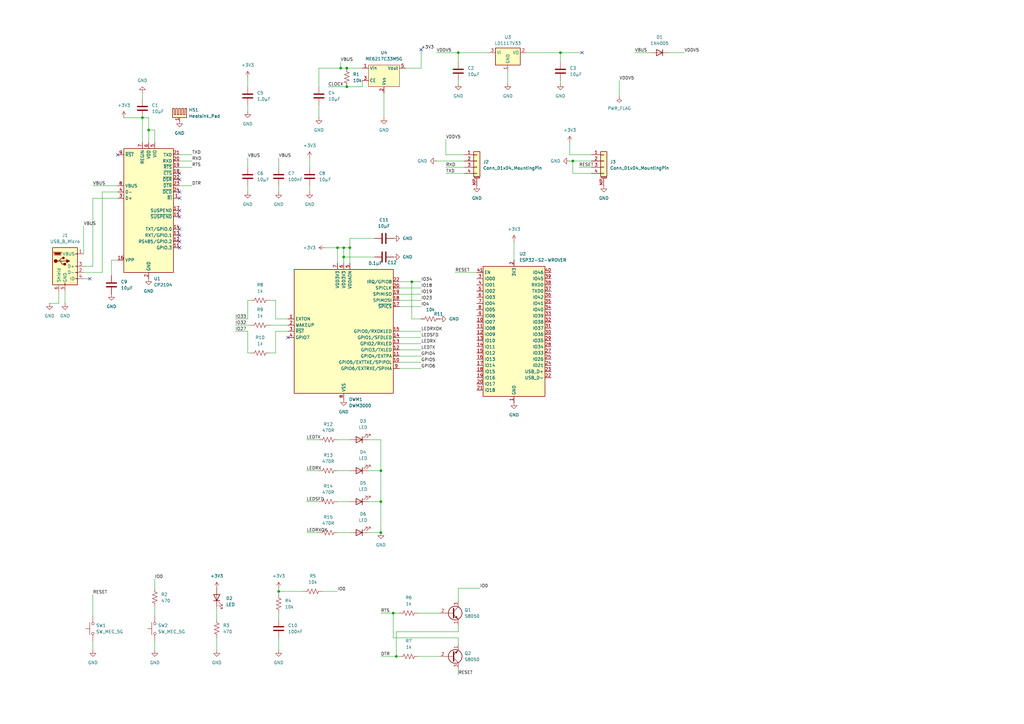
<source format=kicad_sch>
(kicad_sch (version 20250114) (generator "eeschema") (generator_version "9.0")
  (paper "A3")
  (lib_symbols
    (symbol "Connector:USB_B_Micro" (pin_names (offset 1.016))
      (property "Reference" "J" (at -5.08 11.43 0))
      (property "Value" "USB_B_Micro" (at -5.08 8.89 0))
      (symbol "USB_B_Micro_0_1"
        (rectangle (start -5.08 -7.62) (end 5.08 7.62) (stroke (width 0.254)) (fill (type background)))
        (polyline (pts (xy -4.699 5.842) (xy -4.699 5.588) (xy -4.445 4.826) (xy -4.445 4.572) (xy -1.651 4.572) (xy -1.651 4.826) (xy -1.397 5.588) (xy -1.397 5.842) (xy -4.699 5.842)))
        (polyline (pts (xy -4.318 5.588) (xy -1.778 5.588) (xy -2.032 4.826) (xy -4.064 4.826) (xy -4.318 5.588)) (fill (type outline)))
        (circle (center -3.81 2.159) (radius 0.635) (stroke (width 0.254)) (fill (type outline)))
        (polyline (pts (xy -3.175 2.159) (xy -2.54 2.159) (xy -1.27 3.429) (xy -0.635 3.429)) (stroke (width 0.254)))
        (polyline (pts (xy -2.54 2.159) (xy -1.905 2.159) (xy -1.27 0.889) (xy 0 0.889)) (stroke (width 0.254)))
        (polyline (pts (xy -1.905 2.159) (xy 0.635 2.159)) (stroke (width 0.254)))
        (circle (center -0.635 3.429) (radius 0.381) (stroke (width 0.254)) (fill (type outline)))
        (rectangle (start -0.127 -7.62) (end 0.127 -6.858))
        (rectangle (start 0.254 1.27) (end -0.508 0.508) (stroke (width 0.254)) (fill (type outline)))
        (polyline (pts (xy 0.635 2.794) (xy 0.635 1.524) (xy 1.905 2.159) (xy 0.635 2.794)) (stroke (width 0.254)) (fill (type outline)))
        (rectangle (start 5.08 4.953) (end 4.318 5.207))
        (rectangle (start 5.08 -0.127) (end 4.318 0.127))
        (rectangle (start 5.08 -2.667) (end 4.318 -2.413))
        (rectangle (start 5.08 -5.207) (end 4.318 -4.953))
      )
      (symbol "USB_B_Micro_1_1"
        (pin passive line (at -2.54 -10.16 90) (length 2.54) (name "Shield") (number "6"))
        (pin power_out line (at 0 -10.16 90) (length 2.54) (name "GND") (number "5"))
        (pin power_out line (at 7.62 5.08 180) (length 2.54) (name "VBUS") (number "1"))
        (pin bidirectional line (at 7.62 0 180) (length 2.54) (name "D+") (number "3"))
        (pin bidirectional line (at 7.62 -2.54 180) (length 2.54) (name "D-") (number "2"))
        (pin passive line (at 7.62 -5.08 180) (length 2.54) (name "ID") (number "4"))
      )
    )
    (symbol "Connector_Generic_MountingPin:Conn_01x04_MountingPin" (pin_names (offset 1.016) (hide yes))
      (property "Reference" "J" (at 0 5.08 0))
      (property "Value" "Conn_01x04_MountingPin" (at 1.27 -7.62 0))
      (symbol "Conn_01x04_MountingPin_1_1"
        (rectangle (start -1.27 3.81) (end 1.27 -6.35) (stroke (width 0.254)) (fill (type background)))
        (rectangle (start -1.27 2.667) (end 0 2.413) (stroke (width 0.1524)))
        (rectangle (start -1.27 0.127) (end 0 -0.127) (stroke (width 0.1524)))
        (rectangle (start -1.27 -2.413) (end 0 -2.667) (stroke (width 0.1524)))
        (rectangle (start -1.27 -4.953) (end 0 -5.207) (stroke (width 0.1524)))
        (polyline (pts (xy -1.016 -7.112) (xy 1.016 -7.112)) (stroke (width 0.1524)))
        (text "Mounting" (at 0 -6.731 0) (effects (font (size 0.381 0.381))))
        (pin passive line (at -5.08 2.54 0) (length 3.81) (name "Pin_1") (number "1"))
        (pin passive line (at -5.08 0 0) (length 3.81) (name "Pin_2") (number "2"))
        (pin passive line (at -5.08 -2.54 0) (length 3.81) (name "Pin_3") (number "3"))
        (pin passive line (at -5.08 -5.08 0) (length 3.81) (name "Pin_4") (number "4"))
        (pin passive line (at 0 -10.16 90) (length 3.048) (name "MountPin") (number "MP"))
      )
    )
    (symbol "Device:C" (pin_numbers (hide yes)) (pin_names (offset 0.254))
      (property "Reference" "C" (at 0.635 2.54 0))
      (property "Value" "C" (at 0.635 -2.54 0))
      (symbol "C_0_1"
        (polyline (pts (xy -2.032 0.762) (xy 2.032 0.762)) (stroke (width 0.508)))
        (polyline (pts (xy -2.032 -0.762) (xy 2.032 -0.762)) (stroke (width 0.508)))
      )
      (symbol "C_1_1"
        (pin passive line (at 0 3.81 270) (length 2.794) (name "~") (number "1"))
        (pin passive line (at 0 -3.81 90) (length 2.794) (name "~") (number "2"))
      )
    )
    (symbol "Device:LED" (pin_numbers (hide yes)) (pin_names (offset 1.016) (hide yes))
      (property "Reference" "D" (at 0 2.54 0))
      (property "Value" "LED" (at 0 -2.54 0))
      (symbol "LED_0_1"
        (polyline (pts (xy -3.048 -0.762) (xy -4.572 -2.286) (xy -3.81 -2.286) (xy -4.572 -2.286) (xy -4.572 -1.524)))
        (polyline (pts (xy -1.778 -0.762) (xy -3.302 -2.286) (xy -2.54 -2.286) (xy -3.302 -2.286) (xy -3.302 -1.524)))
        (polyline (pts (xy -1.27 0) (xy 1.27 0)))
        (polyline (pts (xy -1.27 -1.27) (xy -1.27 1.27)) (stroke (width 0.254)))
        (polyline (pts (xy 1.27 -1.27) (xy 1.27 1.27) (xy -1.27 0) (xy 1.27 -1.27)) (stroke (width 0.254)))
      )
      (symbol "LED_1_1"
        (pin passive line (at -3.81 0 0) (length 2.54) (name "K") (number "1"))
        (pin passive line (at 3.81 0 180) (length 2.54) (name "A") (number "2"))
      )
    )
    (symbol "Device:R_US" (pin_numbers (hide yes)) (pin_names (offset 0))
      (property "Reference" "R" (at 2.54 0 90))
      (property "Value" "R_US" (at -2.54 0 90))
      (symbol "R_US_0_1"
        (polyline (pts (xy 0 2.286) (xy 0 2.54)))
        (polyline (pts (xy 0 2.286) (xy 1.016 1.905) (xy 0 1.524) (xy -1.016 1.143) (xy 0 0.762)))
        (polyline (pts (xy 0 0.762) (xy 1.016 0.381) (xy 0 0) (xy -1.016 -0.381) (xy 0 -0.762)))
        (polyline (pts (xy 0 -0.762) (xy 1.016 -1.143) (xy 0 -1.524) (xy -1.016 -1.905) (xy 0 -2.286)))
        (polyline (pts (xy 0 -2.286) (xy 0 -2.54)))
      )
      (symbol "R_US_1_1"
        (pin passive line (at 0 3.81 270) (length 1.27) (name "~") (number "1"))
        (pin passive line (at 0 -3.81 90) (length 1.27) (name "~") (number "2"))
      )
    )
    (symbol "Diode:1N4005" (pin_numbers (hide yes)) (pin_names (hide yes))
      (property "Reference" "D" (at 0 2.54 0))
      (property "Value" "1N4005" (at 0 -2.54 0))
      (symbol "1N4005_0_1"
        (polyline (pts (xy -1.27 1.27) (xy -1.27 -1.27)) (stroke (width 0.254)))
        (polyline (pts (xy 1.27 1.27) (xy 1.27 -1.27) (xy -1.27 0) (xy 1.27 1.27)) (stroke (width 0.254)))
        (polyline (pts (xy 1.27 0) (xy -1.27 0)))
      )
      (symbol "1N4005_1_1"
        (pin passive line (at -3.81 0 0) (length 2.54) (name "K") (number "1"))
        (pin passive line (at 3.81 0 180) (length 2.54) (name "A") (number "2"))
      )
    )
    (symbol "Interface_USB:CP2104"
      (property "Reference" "U" (at -5.08 28.575 0))
      (property "Value" "CP2104" (at -5.08 26.67 0))
      (symbol "CP2104_1_1"
        (rectangle (start -10.16 25.4) (end 10.16 -25.4) (stroke (width 0.254)) (fill (type background)))
        (pin bidirectional line (at -12.7 22.86 0) (length 2.54) (name "~{RST}") (number "9"))
        (pin input line (at -12.7 10.16 0) (length 2.54) (name "VBUS") (number "8"))
        (pin bidirectional line (at -12.7 7.62 0) (length 2.54) (name "D-") (number "4"))
        (pin bidirectional line (at -12.7 5.08 0) (length 2.54) (name "D+") (number "3"))
        (pin passive line (at -12.7 -20.32 0) (length 2.54) (name "VPP") (number "16"))
        (pin power_in line (at -2.54 27.94 270) (length 2.54) (name "REGIN") (number "7"))
        (pin power_in line (at 0 27.94 270) (length 2.54) (name "VDD") (number "6"))
        (pin power_in line (at 0 -27.94 90) (length 2.54) (name "GND") (number "2"))
        (pin passive line (at 0 -27.94 90) (length 2.54) (hide yes) (name "GND") (number "25"))
        (pin power_in line (at 2.54 27.94 270) (length 2.54) (name "VIO") (number "5"))
        (pin no_connect line (at 10.16 -20.32 180) (length 2.54) (hide yes) (name "NC") (number "10"))
        (pin output line (at 12.7 22.86 180) (length 2.54) (name "TXD") (number "21"))
        (pin input line (at 12.7 20.32 180) (length 2.54) (name "RXD") (number "20"))
        (pin output line (at 12.7 17.78 180) (length 2.54) (name "~{RTS}") (number "19"))
        (pin input line (at 12.7 15.24 180) (length 2.54) (name "~{CTS}") (number "18"))
        (pin input line (at 12.7 12.7 180) (length 2.54) (name "~{DSR}") (number "22"))
        (pin output line (at 12.7 10.16 180) (length 2.54) (name "~{DTR}") (number "23"))
        (pin input line (at 12.7 7.62 180) (length 2.54) (name "~{DCD}") (number "24"))
        (pin input line (at 12.7 5.08 180) (length 2.54) (name "~{RI}") (number "1"))
        (pin output line (at 12.7 0 180) (length 2.54) (name "SUSPEND") (number "17"))
        (pin output line (at 12.7 -2.54 180) (length 2.54) (name "~{SUSPEND}") (number "15"))
        (pin bidirectional line (at 12.7 -7.62 180) (length 2.54) (name "TXT/GPIO.0") (number "14"))
        (pin bidirectional line (at 12.7 -10.16 180) (length 2.54) (name "RXT/GPIO.1") (number "13"))
        (pin bidirectional line (at 12.7 -12.7 180) (length 2.54) (name "RS485/GPIO.2") (number "12"))
        (pin bidirectional line (at 12.7 -15.24 180) (length 2.54) (name "GPIO.3") (number "11"))
      )
    )
    (symbol "Mechanical:Heatsink_Pad" (pin_names (offset 0))
      (property "Reference" "HS" (at 0 5.715 0))
      (property "Value" "Heatsink_Pad" (at 0 3.81 0))
      (symbol "Heatsink_Pad_0_1"
        (polyline (pts (xy -0.3302 0) (xy -0.9652 0) (xy -0.9652 2.54) (xy -1.6002 2.54) (xy -1.6002 0) (xy -2.2352 0) (xy -2.2352 2.54) (xy -2.8702 2.54) (xy -2.8702 -1.27) (xy -0.9652 -1.27)) (stroke (width 0.254)) (fill (type background)))
        (polyline (pts (xy -0.3302 0) (xy -0.3302 2.54) (xy 0.3048 2.54) (xy 0.3048 0) (xy 0.9398 0) (xy 0.9398 2.54) (xy 1.5748 2.54) (xy 1.5748 0) (xy 2.2098 0) (xy 2.2098 2.54) (xy 2.8448 2.54) (xy 2.8448 -1.27) (xy -0.9652 -1.27)) (stroke (width 0.254)) (fill (type background)))
      )
      (symbol "Heatsink_Pad_1_1"
        (pin passive line (at 0 -2.54 90) (length 1.27) (name "~") (number "1"))
      )
    )
    (symbol "RF_Module:DWM3000"
      (property "Reference" "DWM" (at 7.62 25.4 0))
      (property "Value" "DWM3000" (at 1.27 3.81 0))
      (symbol "DWM3000_0_1"
        (rectangle (start -20.32 25.4) (end 20.32 -25.4) (stroke (width 0.254)) (fill (type background)))
      )
      (symbol "DWM3000_1_1"
        (pin output line (at -22.86 5.08 0) (length 2.54) (name "EXTON") (number "1"))
        (pin bidirectional line (at -22.86 2.54 0) (length 2.54) (name "WAKEUP") (number "2"))
        (pin bidirectional line (at -22.86 0 0) (length 2.54) (name "~{RST}") (number "3"))
        (pin bidirectional line (at -22.86 -2.54 0) (length 2.54) (name "GPIO7") (number "4"))
        (pin power_in line (at -2.54 27.94 270) (length 2.54) (name "VDD3V3") (number "7"))
        (pin power_in line (at 0 27.94 270) (length 2.54) (name "VDD3V3") (number "6"))
        (pin passive line (at 0 -27.94 90) (length 2.54) (hide yes) (name "VSS") (number "16"))
        (pin passive line (at 0 -27.94 90) (length 2.54) (hide yes) (name "VSS") (number "21"))
        (pin passive line (at 0 -27.94 90) (length 2.54) (hide yes) (name "VSS") (number "23"))
        (pin passive line (at 0 -27.94 90) (length 2.54) (hide yes) (name "VSS") (number "24"))
        (pin power_in line (at 0 -27.94 90) (length 2.54) (name "VSS") (number "8"))
        (pin power_in line (at 2.54 27.94 270) (length 2.54) (name "VDDAON") (number "5"))
        (pin bidirectional line (at 22.86 20.32 180) (length 2.54) (name "IRQ/GPIO8") (number "22"))
        (pin input line (at 22.86 17.78 180) (length 2.54) (name "SPICLK") (number "20"))
        (pin output line (at 22.86 15.24 180) (length 2.54) (name "SPIMISO") (number "19"))
        (pin input line (at 22.86 12.7 180) (length 2.54) (name "SPIMOSI") (number "18"))
        (pin input line (at 22.86 10.16 180) (length 2.54) (name "~{SPICS}") (number "17"))
        (pin bidirectional line (at 22.86 0 180) (length 2.54) (name "GPIO0/RXOKLED") (number "15"))
        (pin bidirectional line (at 22.86 -2.54 180) (length 2.54) (name "GPIO1/SFDLED") (number "14"))
        (pin bidirectional line (at 22.86 -5.08 180) (length 2.54) (name "GPIO2/RXLED") (number "13"))
        (pin bidirectional line (at 22.86 -7.62 180) (length 2.54) (name "GPIO3/TXLED") (number "12"))
        (pin bidirectional line (at 22.86 -10.16 180) (length 2.54) (name "GPIO4/EXTPA") (number "11"))
        (pin bidirectional line (at 22.86 -12.7 180) (length 2.54) (name "GPIO5/EXTTXE/SPIPOL") (number "10"))
        (pin bidirectional line (at 22.86 -15.24 180) (length 2.54) (name "GPIO6/EXTRXE/SPIHA") (number "9"))
      )
    )
    (symbol "RF_Module:ESP32-S2-WROVER"
      (property "Reference" "U" (at -12.7 29.21 0))
      (property "Value" "ESP32-S2-WROVER" (at 2.54 29.21 0))
      (symbol "ESP32-S2-WROVER_0_1"
        (rectangle (start -12.7 27.94) (end 12.7 -25.4) (stroke (width 0.254)) (fill (type background)))
      )
      (symbol "ESP32-S2-WROVER_1_1"
        (pin input line (at -15.24 25.4 0) (length 2.54) (name "EN") (number "41"))
        (pin bidirectional line (at -15.24 22.86 0) (length 2.54) (name "IO00") (number "3"))
        (pin bidirectional line (at -15.24 20.32 0) (length 2.54) (name "IO01") (number "4"))
        (pin bidirectional line (at -15.24 17.78 0) (length 2.54) (name "IO02") (number "5"))
        (pin bidirectional line (at -15.24 15.24 0) (length 2.54) (name "IO03") (number "6"))
        (pin bidirectional line (at -15.24 12.7 0) (length 2.54) (name "IO04") (number "7"))
        (pin bidirectional line (at -15.24 10.16 0) (length 2.54) (name "IO05") (number "8"))
        (pin bidirectional line (at -15.24 7.62 0) (length 2.54) (name "IO06") (number "9"))
        (pin bidirectional line (at -15.24 5.08 0) (length 2.54) (name "IO07") (number "10"))
        (pin bidirectional line (at -15.24 2.54 0) (length 2.54) (name "IO08") (number "11"))
        (pin bidirectional line (at -15.24 0 0) (length 2.54) (name "IO09") (number "12"))
        (pin bidirectional line (at -15.24 -2.54 0) (length 2.54) (name "IO10") (number "13"))
        (pin bidirectional line (at -15.24 -5.08 0) (length 2.54) (name "IO11") (number "14"))
        (pin bidirectional line (at -15.24 -7.62 0) (length 2.54) (name "IO12") (number "15"))
        (pin bidirectional line (at -15.24 -10.16 0) (length 2.54) (name "IO13") (number "16"))
        (pin bidirectional line (at -15.24 -12.7 0) (length 2.54) (name "IO14") (number "17"))
        (pin bidirectional line (at -15.24 -15.24 0) (length 2.54) (name "IO15") (number "18"))
        (pin bidirectional line (at -15.24 -17.78 0) (length 2.54) (name "IO16") (number "19"))
        (pin bidirectional line (at -15.24 -20.32 0) (length 2.54) (name "IO17") (number "20"))
        (pin bidirectional line (at -15.24 -22.86 0) (length 2.54) (name "IO18") (number "21"))
        (pin power_in line (at 0 30.48 270) (length 2.54) (name "3V3") (number "2"))
        (pin power_in line (at 0 -27.94 90) (length 2.54) (name "GND") (number "1"))
        (pin passive line (at 0 -27.94 90) (length 2.54) (hide yes) (name "GND") (number "26"))
        (pin passive line (at 0 -27.94 90) (length 2.54) (hide yes) (name "GND") (number "42"))
        (pin passive line (at 0 -27.94 90) (length 2.54) (hide yes) (name "GND") (number "43"))
        (pin input line (at 15.24 25.4 180) (length 2.54) (name "IO46") (number "40"))
        (pin bidirectional line (at 15.24 22.86 180) (length 2.54) (name "IO45") (number "39"))
        (pin bidirectional line (at 15.24 20.32 180) (length 2.54) (name "RXD0") (number "38"))
        (pin bidirectional line (at 15.24 17.78 180) (length 2.54) (name "TXD0") (number "37"))
        (pin bidirectional line (at 15.24 15.24 180) (length 2.54) (name "IO42") (number "36"))
        (pin bidirectional line (at 15.24 12.7 180) (length 2.54) (name "IO41") (number "35"))
        (pin bidirectional line (at 15.24 10.16 180) (length 2.54) (name "IO40") (number "34"))
        (pin bidirectional line (at 15.24 7.62 180) (length 2.54) (name "IO39") (number "33"))
        (pin bidirectional line (at 15.24 5.08 180) (length 2.54) (name "IO38") (number "32"))
        (pin bidirectional line (at 15.24 2.54 180) (length 2.54) (name "IO37") (number "31"))
        (pin bidirectional line (at 15.24 0 180) (length 2.54) (name "IO36") (number "30"))
        (pin bidirectional line (at 15.24 -2.54 180) (length 2.54) (name "IO35") (number "29"))
        (pin bidirectional line (at 15.24 -5.08 180) (length 2.54) (name "IO34") (number "28"))
        (pin bidirectional line (at 15.24 -7.62 180) (length 2.54) (name "IO33") (number "27"))
        (pin bidirectional line (at 15.24 -10.16 180) (length 2.54) (name "IO26") (number "25"))
        (pin bidirectional line (at 15.24 -12.7 180) (length 2.54) (name "IO21") (number "24"))
        (pin bidirectional line (at 15.24 -15.24 180) (length 2.54) (name "USB_D+") (number "23"))
        (pin bidirectional line (at 15.24 -17.78 180) (length 2.54) (name "USB_D-") (number "22"))
      )
    )
    (symbol "Regulator_Linear:LD1117V33"
      (property "Reference" "U" (at -3.81 3.175 0))
      (property "Value" "LD1117V33" (at 0 3.175 0))
      (symbol "LD1117V33_0_1"
        (rectangle (start -5.08 -5.08) (end 5.08 1.905) (stroke (width 0.254)) (fill (type background)))
      )
      (symbol "LD1117V33_1_1"
        (pin power_in line (at -7.62 0 0) (length 2.54) (name "VI") (number "3"))
        (pin power_in line (at 0 -7.62 90) (length 2.54) (name "GND") (number "1"))
        (pin power_out line (at 7.62 0 180) (length 2.54) (name "VO") (number "2"))
      )
    )
    (symbol "Switch:SW_MEC_5G" (pin_numbers (hide yes)) (pin_names (offset 1.016) (hide yes))
      (property "Reference" "SW" (at 1.27 2.54 0))
      (property "Value" "SW_MEC_5G" (at 0 -1.524 0))
      (symbol "SW_MEC_5G_0_1"
        (circle (center -2.032 0) (radius 0.508))
        (polyline (pts (xy 0 1.27) (xy 0 3.048)))
        (circle (center 2.032 0) (radius 0.508))
        (polyline (pts (xy 2.54 1.27) (xy -2.54 1.27)))
        (pin passive line (at -5.08 0 0) (length 2.54) (name "A") (number "1"))
        (pin passive line (at 5.08 0 180) (length 2.54) (name "B") (number "3"))
      )
      (symbol "SW_MEC_5G_1_1"
        (pin passive line (at -5.08 0 0) (length 2.54) (hide yes) (name "A") (number "2"))
        (pin passive line (at 5.08 0 180) (length 2.54) (hide yes) (name "B") (number "4"))
      )
    )
    (symbol "Transistor_BJT:S8050" (pin_names (offset 0) (hide yes))
      (property "Reference" "Q" (at 5.08 1.905 0))
      (property "Value" "S8050" (at 5.08 0 0))
      (symbol "S8050_0_1"
        (polyline (pts (xy -2.54 0) (xy 0.635 0)))
        (polyline (pts (xy 0.635 1.905) (xy 0.635 -1.905)) (stroke (width 0.508)))
        (circle (center 1.27 0) (radius 2.8194) (stroke (width 0.254)))
      )
      (symbol "S8050_1_1"
        (polyline (pts (xy 0.635 0.635) (xy 2.54 2.54)))
        (polyline (pts (xy 0.635 -0.635) (xy 2.54 -2.54)))
        (polyline (pts (xy 1.27 -1.778) (xy 1.778 -1.27) (xy 2.286 -2.286) (xy 1.27 -1.778)) (fill (type outline)))
        (pin input line (at -5.08 0 0) (length 2.54) (name "B") (number "2"))
        (pin passive line (at 2.54 5.08 270) (length 2.54) (name "C") (number "3"))
        (pin passive line (at 2.54 -5.08 90) (length 2.54) (name "E") (number "1"))
      )
    )
    (symbol "dd:ME6217C33M5G"
      (property "Reference" "U" (at 0 5.08 0))
      (property "Value" "ME6217C33M5G" (at 8.89 -6.35 0))
      (symbol "ME6217C33M5G_1_1"
        (rectangle (start -6.35 3.81) (end 6.35 -5.08) (fill (type background)))
        (pin power_in line (at -8.89 2.54 0) (length 2.54) (name "Vin") (number "1"))
        (pin input line (at -8.89 -2.54 0) (length 2.54) (name "CE") (number "3"))
        (pin power_in line (at 0 -7.62 90) (length 2.54) (name "Vss") (number "2"))
        (pin power_out line (at 8.89 2.54 180) (length 2.54) (name "Vout") (number "5"))
        (pin no_connect line (at 8.89 -2.54 180) (length 2.54) (hide yes) (name "NC") (number "4"))
      )
    )
    (symbol "power:+3V3" (power) (pin_numbers (hide yes)) (pin_names (offset 0) (hide yes))
      (property "Value" "+3V3" (at 0 3.556 0))
      (symbol "+3V3_0_1"
        (polyline (pts (xy -0.762 1.27) (xy 0 2.54)))
        (polyline (pts (xy 0 2.54) (xy 0.762 1.27)))
        (polyline (pts (xy 0 0) (xy 0 2.54)))
      )
      (symbol "+3V3_1_1"
        (pin power_in line (at 0 0 90) (length 0) (name "~") (number "1"))
      )
    )
    (symbol "power:GND" (power) (pin_numbers (hide yes)) (pin_names (offset 0) (hide yes))
      (property "Value" "GND" (at 0 -3.81 0))
      (symbol "GND_0_1"
        (polyline (pts (xy 0 0) (xy 0 -1.27) (xy 1.27 -1.27) (xy 0 -2.54) (xy -1.27 -1.27) (xy 0 -1.27)))
      )
      (symbol "GND_1_1"
        (pin power_in line (at 0 0 270) (length 0) (name "~") (number "1"))
      )
    )
    (symbol "power:PWR_FLAG" (power) (pin_numbers (hide yes)) (pin_names (offset 0) (hide yes))
      (property "Value" "PWR_FLAG" (at 0 3.81 0))
      (symbol "PWR_FLAG_0_0"
        (pin power_out line (at 0 0 90) (length 0) (name "~") (number "1"))
      )
      (symbol "PWR_FLAG_0_1"
        (polyline (pts (xy 0 0) (xy 0 1.27) (xy -1.016 1.905) (xy 0 2.54) (xy 1.016 1.905) (xy 0 1.27)))
      )
    )
  )
  (junction (at 161.29 251.46))
  (junction (at 229.87 21.59))
  (junction (at 58.42 48.26))
  (junction (at 140.97 105.41))
  (junction (at 140.97 101.6))
  (junction (at 142.24 27.94))
  (junction (at 156.21 205.74))
  (junction (at 60.96 53.34))
  (junction (at 156.21 193.04))
  (junction (at 139.7 27.94))
  (junction (at 142.24 35.56))
  (junction (at 162.56 269.24))
  (junction (at 187.96 21.59))
  (junction (at 114.3 242.57))
  (junction (at 234.95 66.04))
  (junction (at 138.43 101.6))
  (junction (at 156.21 218.44))
  (junction (at 168.91 115.57))
  (junction (at 143.51 101.6))
  (no_connect (at 238.76 21.59))
  (no_connect (at 73.66 86.36))
  (no_connect (at 73.66 81.28))
  (no_connect (at 73.66 88.9))
  (no_connect (at 73.66 73.66))
  (no_connect (at 73.66 71.12))
  (no_connect (at 118.11 138.43))
  (no_connect (at 73.66 78.74))
  (no_connect (at 48.26 63.5))
  (no_connect (at 172.72 20.32))
  (no_connect (at 73.66 99.06))
  (no_connect (at 73.66 96.52))
  (no_connect (at 73.66 93.98))
  (no_connect (at 36.83 114.3))
  (no_connect (at 73.66 101.6))
  (wire (pts (xy 24.13 124.46) (xy 20.32 124.46)))
  (wire (pts (xy 237.49 68.58) (xy 242.57 68.58)))
  (wire (pts (xy 234.95 66.04) (xy 242.57 66.04)))
  (wire (pts (xy 163.83 115.57) (xy 168.91 115.57)))
  (wire (pts (xy 229.87 21.59) (xy 238.76 21.59)))
  (wire (pts (xy 142.24 27.94) (xy 148.59 27.94)))
  (wire (pts (xy 60.96 53.34) (xy 60.96 48.26)))
  (wire (pts (xy 88.9 248.92) (xy 88.9 254)))
  (wire (pts (xy 60.96 48.26) (xy 58.42 48.26)))
  (wire (pts (xy 45.72 106.68) (xy 45.72 113.03)))
  (wire (pts (xy 208.28 29.21) (xy 208.28 34.29)))
  (wire (pts (xy 274.32 21.59) (xy 280.67 21.59)))
  (wire (pts (xy 114.3 261.62) (xy 114.3 266.7)))
  (wire (pts (xy 101.6 130.81) (xy 96.52 130.81)))
  (wire (pts (xy 138.43 101.6) (xy 138.43 107.95)))
  (wire (pts (xy 34.29 92.71) (xy 34.29 104.14)))
  (wire (pts (xy 210.82 99.06) (xy 210.82 106.68)))
  (wire (pts (xy 101.6 135.89) (xy 96.52 135.89)))
  (wire (pts (xy 101.6 76.2) (xy 101.6 78.74)))
  (wire (pts (xy 168.91 115.57) (xy 168.91 130.81)))
  (wire (pts (xy 234.95 71.12) (xy 234.95 66.04)))
  (wire (pts (xy 134.62 35.56) (xy 142.24 35.56)))
  (wire (pts (xy 101.6 31.75) (xy 101.6 35.56)))
  (wire (pts (xy 34.29 109.22) (xy 38.1 109.22)))
  (wire (pts (xy 63.5 53.34) (xy 60.96 53.34)))
  (wire (pts (xy 34.29 114.3) (xy 36.83 114.3)))
  (wire (pts (xy 163.83 143.51) (xy 172.72 143.51)))
  (wire (pts (xy 41.91 78.74) (xy 48.26 78.74)))
  (wire (pts (xy 163.83 120.65) (xy 172.72 120.65)))
  (wire (pts (xy 73.66 68.58) (xy 78.74 68.58)))
  (wire (pts (xy 151.13 180.34) (xy 156.21 180.34)))
  (wire (pts (xy 168.91 130.81) (xy 172.72 130.81)))
  (wire (pts (xy 50.8 48.26) (xy 58.42 48.26)))
  (wire (pts (xy 38.1 81.28) (xy 48.26 81.28)))
  (wire (pts (xy 242.57 71.12) (xy 234.95 71.12)))
  (wire (pts (xy 179.07 21.59) (xy 187.96 21.59)))
  (wire (pts (xy 215.9 21.59) (xy 229.87 21.59)))
  (wire (pts (xy 138.43 205.74) (xy 143.51 205.74)))
  (wire (pts (xy 140.97 101.6) (xy 143.51 101.6)))
  (wire (pts (xy 163.83 146.05) (xy 172.72 146.05)))
  (wire (pts (xy 101.6 43.18) (xy 101.6 45.72)))
  (wire (pts (xy 156.21 205.74) (xy 156.21 218.44)))
  (wire (pts (xy 140.97 105.41) (xy 140.97 107.95)))
  (wire (pts (xy 113.03 144.78) (xy 113.03 135.89)))
  (wire (pts (xy 163.83 138.43) (xy 172.72 138.43)))
  (wire (pts (xy 187.96 33.02) (xy 187.96 34.29)))
  (wire (pts (xy 26.67 124.46) (xy 26.67 119.38)))
  (wire (pts (xy 88.9 261.62) (xy 88.9 266.7)))
  (wire (pts (xy 162.56 269.24) (xy 163.83 269.24)))
  (wire (pts (xy 125.73 193.04) (xy 130.81 193.04)))
  (wire (pts (xy 187.96 246.38) (xy 187.96 241.3)))
  (wire (pts (xy 187.96 261.62) (xy 161.29 261.62)))
  (wire (pts (xy 38.1 243.84) (xy 38.1 252.73)))
  (wire (pts (xy 114.3 242.57) (xy 114.3 243.84)))
  (wire (pts (xy 130.81 27.94) (xy 139.7 27.94)))
  (wire (pts (xy 113.03 135.89) (xy 118.11 135.89)))
  (wire (pts (xy 101.6 123.19) (xy 102.87 123.19)))
  (wire (pts (xy 151.13 218.44) (xy 156.21 218.44)))
  (wire (pts (xy 138.43 218.44) (xy 143.51 218.44)))
  (wire (pts (xy 63.5 237.49) (xy 63.5 241.3)))
  (wire (pts (xy 114.3 242.57) (xy 124.46 242.57)))
  (wire (pts (xy 45.72 106.68) (xy 48.26 106.68)))
  (wire (pts (xy 130.81 27.94) (xy 130.81 35.56)))
  (wire (pts (xy 229.87 21.59) (xy 229.87 25.4)))
  (wire (pts (xy 186.69 111.76) (xy 195.58 111.76)))
  (wire (pts (xy 138.43 180.34) (xy 143.51 180.34)))
  (wire (pts (xy 132.08 242.57) (xy 138.43 242.57)))
  (wire (pts (xy 139.7 27.94) (xy 142.24 27.94)))
  (wire (pts (xy 101.6 144.78) (xy 101.6 135.89)))
  (wire (pts (xy 156.21 193.04) (xy 156.21 205.74)))
  (wire (pts (xy 73.66 76.2) (xy 78.74 76.2)))
  (wire (pts (xy 161.29 251.46) (xy 163.83 251.46)))
  (wire (pts (xy 101.6 144.78) (xy 102.87 144.78)))
  (wire (pts (xy 187.96 274.32) (xy 187.96 276.86)))
  (wire (pts (xy 110.49 144.78) (xy 113.03 144.78)))
  (wire (pts (xy 96.52 133.35) (xy 102.87 133.35)))
  (wire (pts (xy 151.13 205.74) (xy 156.21 205.74)))
  (wire (pts (xy 139.7 25.4) (xy 139.7 27.94)))
  (wire (pts (xy 156.21 180.34) (xy 156.21 193.04)))
  (wire (pts (xy 125.73 180.34) (xy 130.81 180.34)))
  (wire (pts (xy 163.83 135.89) (xy 172.72 135.89)))
  (wire (pts (xy 114.3 241.3) (xy 114.3 242.57)))
  (wire (pts (xy 156.21 269.24) (xy 162.56 269.24)))
  (wire (pts (xy 63.5 248.92) (xy 63.5 252.73)))
  (wire (pts (xy 163.83 140.97) (xy 172.72 140.97)))
  (wire (pts (xy 187.96 25.4) (xy 187.96 21.59)))
  (wire (pts (xy 110.49 123.19) (xy 113.03 123.19)))
  (wire (pts (xy 187.96 264.16) (xy 187.96 261.62)))
  (wire (pts (xy 187.96 21.59) (xy 200.66 21.59)))
  (wire (pts (xy 163.83 118.11) (xy 172.72 118.11)))
  (wire (pts (xy 101.6 64.77) (xy 101.6 68.58)))
  (wire (pts (xy 101.6 123.19) (xy 101.6 130.81)))
  (wire (pts (xy 171.45 269.24) (xy 180.34 269.24)))
  (wire (pts (xy 142.24 35.56) (xy 148.59 35.56)))
  (wire (pts (xy 138.43 193.04) (xy 143.51 193.04)))
  (wire (pts (xy 179.07 66.04) (xy 190.5 66.04)))
  (wire (pts (xy 143.51 97.79) (xy 153.67 97.79)))
  (wire (pts (xy 113.03 130.81) (xy 118.11 130.81)))
  (wire (pts (xy 143.51 101.6) (xy 143.51 107.95)))
  (wire (pts (xy 151.13 193.04) (xy 156.21 193.04)))
  (wire (pts (xy 157.48 38.1) (xy 157.48 48.26)))
  (wire (pts (xy 254 33.02) (xy 254 39.37)))
  (wire (pts (xy 60.96 58.42) (xy 60.96 53.34)))
  (wire (pts (xy 138.43 101.6) (xy 140.97 101.6)))
  (wire (pts (xy 110.49 133.35) (xy 118.11 133.35)))
  (wire (pts (xy 162.56 259.08) (xy 162.56 269.24)))
  (wire (pts (xy 38.1 262.89) (xy 38.1 266.7)))
  (wire (pts (xy 34.29 111.76) (xy 41.91 111.76)))
  (wire (pts (xy 260.35 21.59) (xy 266.7 21.59)))
  (wire (pts (xy 163.83 125.73) (xy 172.72 125.73)))
  (wire (pts (xy 233.68 58.42) (xy 233.68 63.5)))
  (wire (pts (xy 182.88 68.58) (xy 190.5 68.58)))
  (wire (pts (xy 114.3 64.77) (xy 114.3 68.58)))
  (wire (pts (xy 163.83 151.13) (xy 172.72 151.13)))
  (wire (pts (xy 73.66 66.04) (xy 78.74 66.04)))
  (wire (pts (xy 73.66 63.5) (xy 78.74 63.5)))
  (wire (pts (xy 233.68 66.04) (xy 234.95 66.04)))
  (wire (pts (xy 125.73 205.74) (xy 130.81 205.74)))
  (wire (pts (xy 58.42 38.1) (xy 58.42 40.64)))
  (wire (pts (xy 187.96 259.08) (xy 162.56 259.08)))
  (wire (pts (xy 41.91 111.76) (xy 41.91 78.74)))
  (wire (pts (xy 63.5 58.42) (xy 63.5 53.34)))
  (wire (pts (xy 63.5 262.89) (xy 63.5 266.7)))
  (wire (pts (xy 114.3 251.46) (xy 114.3 254)))
  (wire (pts (xy 190.5 63.5) (xy 182.88 63.5)))
  (wire (pts (xy 140.97 105.41) (xy 153.67 105.41)))
  (wire (pts (xy 182.88 57.15) (xy 182.88 63.5)))
  (wire (pts (xy 38.1 109.22) (xy 38.1 81.28)))
  (wire (pts (xy 163.83 148.59) (xy 172.72 148.59)))
  (wire (pts (xy 171.45 251.46) (xy 180.34 251.46)))
  (wire (pts (xy 190.5 71.12) (xy 182.88 71.12)))
  (wire (pts (xy 156.21 251.46) (xy 161.29 251.46)))
  (wire (pts (xy 172.72 20.32) (xy 172.72 27.94)))
  (wire (pts (xy 143.51 97.79) (xy 143.51 101.6)))
  (wire (pts (xy 242.57 63.5) (xy 233.68 63.5)))
  (wire (pts (xy 127 64.77) (xy 127 68.58)))
  (wire (pts (xy 130.81 48.26) (xy 130.81 43.18)))
  (wire (pts (xy 140.97 101.6) (xy 140.97 105.41)))
  (wire (pts (xy 58.42 48.26) (xy 58.42 58.42)))
  (wire (pts (xy 187.96 241.3) (xy 196.85 241.3)))
  (wire (pts (xy 166.37 27.94) (xy 172.72 27.94)))
  (wire (pts (xy 125.73 218.44) (xy 130.81 218.44)))
  (wire (pts (xy 24.13 119.38) (xy 24.13 124.46)))
  (wire (pts (xy 114.3 76.2) (xy 114.3 78.74)))
  (wire (pts (xy 161.29 261.62) (xy 161.29 251.46)))
  (wire (pts (xy 163.83 123.19) (xy 172.72 123.19)))
  (wire (pts (xy 187.96 259.08) (xy 187.96 256.54)))
  (wire (pts (xy 148.59 33.02) (xy 148.59 35.56)))
  (wire (pts (xy 229.87 33.02) (xy 229.87 34.29)))
  (wire (pts (xy 127 76.2) (xy 127 78.74)))
  (wire (pts (xy 38.1 76.2) (xy 48.26 76.2)))
  (wire (pts (xy 133.35 101.6) (xy 138.43 101.6)))
  (wire (pts (xy 168.91 115.57) (xy 172.72 115.57)))
  (wire (pts (xy 113.03 123.19) (xy 113.03 130.81)))
  (label "IO19" (at 172.72 120.65 0))
  (label "VDDV5" (at 280.67 21.59 0))
  (label "VDDV5" (at 179.07 21.59 0))
  (label "" (at 172.72 120.65 0))
  (label "GPIO5" (at 172.72 148.59 0))
  (label "RESET" (at 38.1 243.84 0))
  (label "VDDV5" (at 182.88 57.15 0))
  (label "VBUS" (at 38.1 76.2 0))
  (label "RTS" (at 156.21 251.46 0))
  (label "IO18" (at 172.72 118.11 0))
  (label "+3V3" (at 172.72 20.32 0))
  (label "LEDRX" (at 172.72 140.97 0))
  (label "RESET" (at 237.49 68.58 0))
  (label "RESET" (at 186.69 111.76 0))
  (label "VBUS" (at 34.29 92.71 0))
  (label "IO27" (at 96.52 135.89 0))
  (label "LEDRX" (at 125.73 193.04 0))
  (label "DTR" (at 156.21 269.24 0))
  (label "IO34" (at 172.72 115.57 0))
  (label "GPIO4" (at 172.72 146.05 0))
  (label "IO32" (at 96.52 133.35 0))
  (label "VBUS" (at 114.3 64.77 0))
  (label "VBUS" (at 260.35 21.59 0))
  (label "VDDV5" (at 254 33.02 0))
  (label "IO0" (at 138.43 242.57 0))
  (label "TXD" (at 182.88 71.12 0))
  (label "IO23" (at 172.72 123.19 0))
  (label "IO0" (at 63.5 237.49 0))
  (label "GPIO6" (at 172.72 151.13 0))
  (label "LEDTX" (at 125.73 180.34 0))
  (label "TXD" (at 78.74 63.5 0))
  (label "VBUS" (at 101.6 64.77 0))
  (label "DTR" (at 78.74 76.2 0))
  (label "RXD" (at 78.74 66.04 0))
  (label "RXD" (at 182.88 68.58 0))
  (label "IO0" (at 196.85 241.3 0))
  (label "LEDRXOK" (at 172.72 135.89 0))
  (label "VBUS" (at 139.7 25.4 0))
  (label "LEDRXOK" (at 125.73 218.44 0))
  (label "IO4" (at 172.72 125.73 0))
  (label "RESET" (at 187.96 276.86 0))
  (label "LEDSFD" (at 172.72 138.43 0))
  (label "RTS" (at 78.74 68.58 0))
  (label "LEDSFD" (at 125.73 205.74 0))
  (label "CLOCK" (at 134.62 35.56 0))
  (label "LEDTX" (at 172.72 143.51 0))
  (label "IO33" (at 96.52 130.81 0))
  (symbol (lib_id "power:GND") (at 161.29 105.41 90) (unit 1)
    (property "Reference" "#PWR035" (effects (hide yes)))
    (property "Value" "GND" (at 165.1 105.4099 90) (effects (justify right)))
    (property "Description" "Power symbol creates a global label with name \"GND\" , ground" (effects (hide yes)))
  )
  (symbol (lib_id "power:GND") (at 130.81 48.26 0) (unit 1)
    (property "Reference" "#PWR012" (effects (hide yes)))
    (property "Value" "GND" (at 130.81 53.34 0))
    (property "Description" "Power symbol creates a global label with name \"GND\" , ground" (effects (hide yes)))
  )
  (symbol (lib_id "Mechanical:Heatsink_Pad") (at 73.66 46.99 0) (unit 1)
    (property "Reference" "HS1" (at 77.47 45.0849 0) (effects (justify left)))
    (property "Value" "Heatsink_Pad" (at 77.47 47.6249 0) (effects (justify left)))
    (property "Description" "Heatsink with electrical connection, 1 pin" (effects (hide yes)))
  )
  (symbol (lib_id "power:+3V3") (at 210.82 99.06 0) (unit 1)
    (property "Reference" "#PWR011" (effects (hide yes)))
    (property "Value" "+3V3" (at 210.82 93.98 0))
    (property "Description" "Power symbol creates a global label with name \"+3V3\"" (effects (hide yes)))
  )
  (symbol (lib_id "power:GND") (at 195.58 76.2 0) (unit 1)
    (property "Reference" "#PWR027" (effects (hide yes)))
    (property "Value" "GND" (at 195.58 81.28 0))
    (property "Description" "Power symbol creates a global label with name \"GND\" , ground" (effects (hide yes)))
  )
  (symbol (lib_id "Device:LED") (at 147.32 205.74 180) (unit 1)
    (property "Reference" "D5" (at 148.9075 198.12 0))
    (property "Value" "LED" (at 148.9075 200.66 0))
    (property "Description" "Light emitting diode" (effects (hide yes)))
    (property "Sim.Pins" "1=K 2=A" (effects (hide yes)))
  )
  (symbol (lib_id "power:+3V3") (at 50.8 48.26 0) (unit 1)
    (property "Reference" "#PWR06" (effects (hide yes)))
    (property "Value" "+3V3" (at 50.8 43.18 0))
    (property "Description" "Power symbol creates a global label with name \"+3V3\"" (effects (hide yes)))
  )
  (symbol (lib_id "Device:C") (at 114.3 72.39 0) (unit 1)
    (property "Reference" "C7" (at 118.11 71.1199 0) (effects (justify left)))
    (property "Value" "100nF" (at 118.11 73.6599 0) (effects (justify left)))
    (property "Description" "Unpolarized capacitor" (effects (hide yes)))
  )
  (symbol (lib_id "power:+3V3") (at 133.35 101.6 90) (unit 1)
    (property "Reference" "#PWR033" (effects (hide yes)))
    (property "Value" "+3V3" (at 129.54 101.5999 90) (effects (justify left)))
    (property "Description" "Power symbol creates a global label with name \"+3V3\"" (effects (hide yes)))
  )
  (symbol (lib_id "power:GND") (at 58.42 38.1 180) (unit 1)
    (property "Reference" "#PWR04" (effects (hide yes)))
    (property "Value" "GND" (at 58.42 33.02 0))
    (property "Description" "Power symbol creates a global label with name \"GND\" , ground" (effects (hide yes)))
  )
  (symbol (lib_id "Interface_USB:CP2104") (at 60.96 86.36 0) (unit 1)
    (property "Reference" "U1" (at 63.1033 114.3 0) (effects (justify left)))
    (property "Value" "CP2104" (at 63.1033 116.84 0) (effects (justify left)))
    (property "Footprint" "Package_DFN_QFN:QFN-24-1EP_4x4mm_P0.5mm_EP2.6x2.6mm" (effects (hide yes)))
    (property "Datasheet" "https://www.silabs.com/documents/public/data-sheets/cp2104.pdf" (effects (hide yes)))
    (property "Description" "Single-Chip USB-to-UART Bridge, USB 2.0 Full-Speed, 2Mbps UART, QFN-24" (effects (hide yes)))
  )
  (symbol (lib_id "Device:R_US") (at 88.9 257.81 0) (unit 1)
    (property "Reference" "R3" (at 91.44 256.5399 0) (effects (justify left)))
    (property "Value" "470" (at 91.44 259.0799 0) (effects (justify left)))
    (property "Description" "Resistor, US symbol" (effects (hide yes)))
  )
  (symbol (lib_id "power:GND") (at 114.3 78.74 0) (unit 1)
    (property "Reference" "#PWR019" (effects (hide yes)))
    (property "Value" "GND" (at 114.3 83.82 0))
    (property "Description" "Power symbol creates a global label with name \"GND\" , ground" (effects (hide yes)))
  )
  (symbol (lib_id "Connector_Generic_MountingPin:Conn_01x04_MountingPin") (at 195.58 66.04 0) (unit 1)
    (property "Reference" "J2" (at 198.12 66.3955 0) (effects (justify left)))
    (property "Value" "Conn_01x04_MountingPin" (at 198.12 68.9355 0) (effects (justify left)))
    (property "Description" "Generic connectable mounting pin connector, single row, 01x04, script generated (kicad-library-utils/schlib/autogen/connector/)" (effects (hide yes)))
  )
  (symbol (lib_id "power:GND") (at 88.9 266.7 0) (unit 1)
    (property "Reference" "#PWR023" (effects (hide yes)))
    (property "Value" "GND" (at 88.9 271.78 0))
    (property "Description" "Power symbol creates a global label with name \"GND\" , ground" (effects (hide yes)))
  )
  (symbol (lib_id "Device:C") (at 187.96 29.21 0) (unit 1)
    (property "Reference" "C2" (at 191.77 27.9399 0) (effects (justify left)))
    (property "Value" "10µF" (at 191.77 30.4799 0) (effects (justify left)))
    (property "Description" "Unpolarized capacitor" (effects (hide yes)))
  )
  (symbol (lib_id "Device:R_US") (at 134.62 180.34 90) (unit 1)
    (property "Reference" "R12" (at 134.62 173.99 90))
    (property "Value" "470R" (at 134.62 176.53 90))
    (property "Description" "Resistor, US symbol" (effects (hide yes)))
  )
  (symbol (lib_id "power:GND") (at 114.3 266.7 0) (unit 1)
    (property "Reference" "#PWR024" (effects (hide yes)))
    (property "Value" "GND" (at 114.3 271.78 0))
    (property "Description" "Power symbol creates a global label with name \"GND\" , ground" (effects (hide yes)))
  )
  (symbol (lib_id "power:+3V3") (at 233.68 58.42 0) (unit 1)
    (property "Reference" "#PWR029" (effects (hide yes)))
    (property "Value" "+3V3" (at 233.68 53.34 0))
    (property "Description" "Power symbol creates a global label with name \"+3V3\"" (effects (hide yes)))
  )
  (symbol (lib_id "power:GND") (at 179.07 66.04 270) (unit 1)
    (property "Reference" "#PWR016" (effects (hide yes)))
    (property "Value" "GND" (at 175.26 66.0399 90) (effects (justify right)))
    (property "Description" "Power symbol creates a global label with name \"GND\" , ground" (effects (hide yes)))
  )
  (symbol (lib_id "Device:C") (at 101.6 39.37 0) (unit 1)
    (property "Reference" "C5" (at 105.41 38.0999 0) (effects (justify left)))
    (property "Value" "1.0µF" (at 105.41 40.6399 0) (effects (justify left)))
    (property "Description" "Unpolarized capacitor" (effects (hide yes)))
  )
  (symbol (lib_id "Device:LED") (at 147.32 218.44 180) (unit 1)
    (property "Reference" "D6" (at 148.9075 210.82 0))
    (property "Value" "LED" (at 148.9075 213.36 0))
    (property "Description" "Light emitting diode" (effects (hide yes)))
    (property "Sim.Pins" "1=K 2=A" (effects (hide yes)))
  )
  (symbol (lib_id "power:+3V3") (at 114.3 241.3 0) (unit 1)
    (property "Reference" "#PWR026" (effects (hide yes)))
    (property "Value" "+3V3" (at 114.3 236.22 0))
    (property "Description" "Power symbol creates a global label with name \"+3V3\"" (effects (hide yes)))
  )
  (symbol (lib_id "Device:LED") (at 147.32 193.04 180) (unit 1)
    (property "Reference" "D4" (at 148.9075 185.42 0))
    (property "Value" "LED" (at 148.9075 187.96 0))
    (property "Description" "Light emitting diode" (effects (hide yes)))
    (property "Sim.Pins" "1=K 2=A" (effects (hide yes)))
  )
  (symbol (lib_id "power:+3V3") (at 88.9 241.3 0) (unit 1)
    (property "Reference" "#PWR025" (effects (hide yes)))
    (property "Value" "+3V3" (at 88.9 236.22 0))
    (property "Description" "Power symbol creates a global label with name \"+3V3\"" (effects (hide yes)))
  )
  (symbol (lib_id "Device:R_US") (at 128.27 242.57 90) (unit 1)
    (property "Reference" "R5" (at 128.27 236.22 90))
    (property "Value" "10k" (at 128.27 238.76 90))
    (property "Description" "Resistor, US symbol" (effects (hide yes)))
  )
  (symbol (lib_id "power:GND") (at 161.29 97.79 90) (unit 1)
    (property "Reference" "#PWR034" (effects (hide yes)))
    (property "Value" "GND" (at 165.1 97.7899 90) (effects (justify right)))
    (property "Description" "Power symbol creates a global label with name \"GND\" , ground" (effects (hide yes)))
  )
  (symbol (lib_id "RF_Module:DWM3000") (at 140.97 135.89 0) (unit 1)
    (property "Reference" "DWM1" (at 143.1133 163.83 0) (effects (justify left)))
    (property "Value" "DWM3000" (at 143.1133 166.37 0) (effects (justify left)))
    (property "Footprint" "RF_Module:DWM1000" (effects (hide yes)))
    (property "Datasheet" "https://www.qorvo.com/products/d/da008334" (effects (hide yes)))
    (property "Description" "Ultra wide band RF module With ranging location capabilities" (effects (hide yes)))
  )
  (symbol (lib_id "power:GND") (at 60.96 114.3 0) (unit 1)
    (property "Reference" "#PWR05" (effects (hide yes)))
    (property "Value" "GND" (at 60.96 119.38 0))
    (property "Description" "Power symbol creates a global label with name \"GND\" , ground" (effects (hide yes)))
  )
  (symbol (lib_id "Device:R_US") (at 167.64 251.46 90) (unit 1)
    (property "Reference" "R6" (at 167.64 245.11 90))
    (property "Value" "1k" (at 167.64 247.65 90))
    (property "Description" "Resistor, US symbol" (effects (hide yes)))
  )
  (symbol (lib_id "Connector_Generic_MountingPin:Conn_01x04_MountingPin") (at 247.65 66.04 0) (unit 1)
    (property "Reference" "J3" (at 250.19 66.3955 0) (effects (justify left)))
    (property "Value" "Conn_01x04_MountingPin" (at 250.19 68.9355 0) (effects (justify left)))
    (property "Description" "Generic connectable mounting pin connector, single row, 01x04, script generated (kicad-library-utils/schlib/autogen/connector/)" (effects (hide yes)))
  )
  (symbol (lib_id "Device:C") (at 157.48 97.79 90) (unit 1)
    (property "Reference" "C11" (at 157.48 90.17 90))
    (property "Value" "10µF" (at 157.48 92.71 90))
    (property "Description" "Unpolarized capacitor" (effects (hide yes)))
  )
  (symbol (lib_id "Device:R_US") (at 134.62 218.44 90) (unit 1)
    (property "Reference" "R15" (at 134.62 212.09 90))
    (property "Value" "470R" (at 134.62 214.63 90))
    (property "Description" "Resistor, US symbol" (effects (hide yes)))
  )
  (symbol (lib_id "power:GND") (at 45.72 120.65 0) (unit 1)
    (property "Reference" "#PWR031" (effects (hide yes)))
    (property "Value" "GND" (at 45.72 125.73 0))
    (property "Description" "Power symbol creates a global label with name \"GND\" , ground" (effects (hide yes)))
  )
  (symbol (lib_id "power:GND") (at 26.67 124.46 0) (unit 1)
    (property "Reference" "#PWR02" (effects (hide yes)))
    (property "Value" "GND" (at 26.67 129.54 0))
    (property "Description" "Power symbol creates a global label with name \"GND\" , ground" (effects (hide yes)))
  )
  (symbol (lib_id "RF_Module:ESP32-S2-WROVER") (at 210.82 137.16 0) (unit 1)
    (property "Reference" "U2" (at 212.9633 104.14 0) (effects (justify left)))
    (property "Value" "ESP32-S2-WROVER" (at 212.9633 106.68 0) (effects (justify left)))
    (property "Footprint" "RF_Module:ESP32-S2-WROVER" (effects (hide yes)))
    (property "Datasheet" "https://www.espressif.com/sites/default/files/documentation/esp32-s2-wroom_esp32-s2-wroom-i_datasheet_en.pdf" (effects (hide yes)))
    (property "Description" "RF Module, ESP32-D0WDQ6 SoC, Wi-Fi 802.11b/g/n, 32-bit, 2.7-3.6V, onboard antenna, SMD" (effects (hide yes)))
  )
  (symbol (lib_id "Transistor_BJT:S8050") (at 185.42 269.24 0) (mirror x) (unit 1)
    (property "Reference" "Q2" (at 190.5 267.9699 0) (effects (justify left)))
    (property "Value" "S8050" (at 190.5 270.5099 0) (effects (justify left)))
    (property "Footprint" "Package_TO_SOT_THT:TO-92_Inline" (effects (hide yes)))
    (property "Datasheet" "http://www.unisonic.com.tw/datasheet/S8050.pdf" (effects (hide yes)))
    (property "Description" "0.7A Ic, 20V Vce, Low Voltage High Current NPN Transistor, TO-92" (effects (hide yes)))
  )
  (symbol (lib_id "power:GND") (at 63.5 266.7 0) (unit 1)
    (property "Reference" "#PWR022" (effects (hide yes)))
    (property "Value" "GND" (at 63.5 271.78 0))
    (property "Description" "Power symbol creates a global label with name \"GND\" , ground" (effects (hide yes)))
  )
  (symbol (lib_id "power:+3V3") (at 127 64.77 0) (unit 1)
    (property "Reference" "#PWR020" (effects (hide yes)))
    (property "Value" "+3V3" (at 127 59.69 0))
    (property "Description" "Power symbol creates a global label with name \"+3V3\"" (effects (hide yes)))
  )
  (symbol (lib_id "power:GND") (at 247.65 76.2 0) (unit 1)
    (property "Reference" "#PWR028" (effects (hide yes)))
    (property "Value" "GND" (at 247.65 81.28 0))
    (property "Description" "Power symbol creates a global label with name \"GND\" , ground" (effects (hide yes)))
  )
  (symbol (lib_id "power:GND") (at 73.66 49.53 0) (unit 1)
    (property "Reference" "#PWR01" (effects (hide yes)))
    (property "Value" "GND" (at 73.66 54.61 0))
    (property "Description" "Power symbol creates a global label with name \"GND\" , ground" (effects (hide yes)))
  )
  (symbol (lib_id "power:GND") (at 210.82 165.1 0) (unit 1)
    (property "Reference" "#PWR07" (effects (hide yes)))
    (property "Value" "GND" (at 210.82 170.18 0))
    (property "Description" "Power symbol creates a global label with name \"GND\" , ground" (effects (hide yes)))
  )
  (symbol (lib_id "power:GND") (at 157.48 48.26 0) (unit 1)
    (property "Reference" "#PWR013" (effects (hide yes)))
    (property "Value" "GND" (at 157.48 53.34 0))
    (property "Description" "Power symbol creates a global label with name \"GND\" , ground" (effects (hide yes)))
  )
  (symbol (lib_id "Device:C") (at 101.6 72.39 0) (unit 1)
    (property "Reference" "C6" (at 105.41 71.1199 0) (effects (justify left)))
    (property "Value" "10µF" (at 105.41 73.6599 0) (effects (justify left)))
    (property "Description" "Unpolarized capacitor" (effects (hide yes)))
  )
  (symbol (lib_id "Device:R_US") (at 134.62 205.74 90) (unit 1)
    (property "Reference" "R14" (at 134.62 199.39 90))
    (property "Value" "470R" (at 134.62 201.93 90))
    (property "Description" "Resistor, US symbol" (effects (hide yes)))
  )
  (symbol (lib_id "power:PWR_FLAG") (at 254 39.37 180) (unit 1)
    (property "Reference" "#FLG01" (effects (hide yes)))
    (property "Value" "PWR_FLAG" (at 254 44.45 0))
    (property "Description" "Special symbol for telling ERC where power comes from" (effects (hide yes)))
  )
  (symbol (lib_id "Device:R_US") (at 134.62 193.04 90) (unit 1)
    (property "Reference" "R13" (at 134.62 186.69 90))
    (property "Value" "470R" (at 134.62 189.23 90))
    (property "Description" "Resistor, US symbol" (effects (hide yes)))
  )
  (symbol (lib_id "Device:C") (at 130.81 39.37 0) (unit 1)
    (property "Reference" "C4" (at 134.62 38.0999 0) (effects (justify left)))
    (property "Value" "10µF" (at 134.62 40.6399 0) (effects (justify left)))
    (property "Description" "Unpolarized capacitor" (effects (hide yes)))
  )
  (symbol (lib_id "power:GND") (at 101.6 78.74 0) (unit 1)
    (property "Reference" "#PWR017" (effects (hide yes)))
    (property "Value" "GND" (at 101.6 83.82 0))
    (property "Description" "Power symbol creates a global label with name \"GND\" , ground" (effects (hide yes)))
  )
  (symbol (lib_id "Device:R_US") (at 106.68 144.78 270) (unit 1)
    (property "Reference" "R10" (at 106.68 138.43 90))
    (property "Value" "1k" (at 106.68 140.97 90))
    (property "Description" "Resistor, US symbol" (effects (hide yes)))
  )
  (symbol (lib_id "Device:R_US") (at 106.68 133.35 90) (unit 1)
    (property "Reference" "R9" (at 106.68 127 90))
    (property "Value" "1k" (at 106.68 129.54 90))
    (property "Description" "Resistor, US symbol" (effects (hide yes)))
  )
  (symbol (lib_id "Device:LED") (at 88.9 245.11 90) (unit 1)
    (property "Reference" "D2" (at 92.71 245.4274 90) (effects (justify right)))
    (property "Value" "LED" (at 92.71 247.9674 90) (effects (justify right)))
    (property "Description" "Light emitting diode" (effects (hide yes)))
    (property "Sim.Pins" "1=K 2=A" (effects (hide yes)))
  )
  (symbol (lib_id "Device:R_US") (at 167.64 269.24 90) (unit 1)
    (property "Reference" "R7" (at 167.64 262.89 90))
    (property "Value" "1k" (at 167.64 265.43 90))
    (property "Description" "Resistor, US symbol" (effects (hide yes)))
  )
  (symbol (lib_id "power:GND") (at 140.97 163.83 0) (unit 1)
    (property "Reference" "#PWR032" (effects (hide yes)))
    (property "Value" "GND" (at 140.97 168.91 0))
    (property "Description" "Power symbol creates a global label with name \"GND\" , ground" (effects (hide yes)))
  )
  (symbol (lib_id "power:GND") (at 38.1 266.7 0) (unit 1)
    (property "Reference" "#PWR018" (effects (hide yes)))
    (property "Value" "GND" (at 38.1 271.78 0))
    (property "Description" "Power symbol creates a global label with name \"GND\" , ground" (effects (hide yes)))
  )
  (symbol (lib_id "Device:C") (at 45.72 116.84 0) (unit 1)
    (property "Reference" "C9" (at 49.53 115.5699 0) (effects (justify left)))
    (property "Value" "10µF" (at 49.53 118.1099 0) (effects (justify left)))
    (property "Description" "Unpolarized capacitor" (effects (hide yes)))
  )
  (symbol (lib_id "power:GND") (at 156.21 218.44 0) (unit 1)
    (property "Reference" "#PWR037" (effects (hide yes)))
    (property "Value" "GND" (at 156.21 223.52 0))
    (property "Description" "Power symbol creates a global label with name \"GND\" , ground" (effects (hide yes)))
  )
  (symbol (lib_id "Device:R_US") (at 176.53 130.81 90) (unit 1)
    (property "Reference" "R11" (at 179.832 128.778 90))
    (property "Value" "10k" (at 176.53 127 90))
    (property "Description" "Resistor, US symbol" (effects (hide yes)))
  )
  (symbol (lib_id "Device:R_US") (at 142.24 31.75 0) (unit 1)
    (property "Reference" "R1" (at 144.78 30.4799 0) (effects (justify left)))
    (property "Value" "10k" (at 144.78 33.0199 0) (effects (justify left)))
    (property "Description" "Resistor, US symbol" (effects (hide yes)))
  )
  (symbol (lib_id "Device:R_US") (at 106.68 123.19 90) (unit 1)
    (property "Reference" "R8" (at 106.68 116.84 90))
    (property "Value" "1k" (at 106.68 119.38 90))
    (property "Description" "Resistor, US symbol" (effects (hide yes)))
  )
  (symbol (lib_id "power:GND") (at 20.32 124.46 0) (unit 1)
    (property "Reference" "#PWR03" (effects (hide yes)))
    (property "Value" "GND" (at 20.32 129.54 0))
    (property "Description" "Power symbol creates a global label with name \"GND\" , ground" (effects (hide yes)))
  )
  (symbol (lib_id "Transistor_BJT:S8050") (at 185.42 251.46 0) (unit 1)
    (property "Reference" "Q1" (at 190.5 250.1899 0) (effects (justify left)))
    (property "Value" "S8050" (at 190.5 252.7299 0) (effects (justify left)))
    (property "Footprint" "Package_TO_SOT_THT:TO-92_Inline" (effects (hide yes)))
    (property "Datasheet" "http://www.unisonic.com.tw/datasheet/S8050.pdf" (effects (hide yes)))
    (property "Description" "0.7A Ic, 20V Vce, Low Voltage High Current NPN Transistor, TO-92" (effects (hide yes)))
  )
  (symbol (lib_id "power:GND") (at 127 78.74 0) (unit 1)
    (property "Reference" "#PWR021" (effects (hide yes)))
    (property "Value" "GND" (at 127 83.82 0))
    (property "Description" "Power symbol creates a global label with name \"GND\" , ground" (effects (hide yes)))
  )
  (symbol (lib_id "Switch:SW_MEC_5G") (at 38.1 257.81 90) (unit 1)
    (property "Reference" "SW1" (at 39.37 256.5399 90) (effects (justify right)))
    (property "Value" "SW_MEC_5G" (at 39.37 259.0799 90) (effects (justify right)))
    (property "Datasheet" "http://www.apem.com/int/index.php?controller=attachment&id_attachment=488" (effects (hide yes)))
    (property "Description" "MEC 5G single pole normally-open tactile switch" (effects (hide yes)))
  )
  (symbol (lib_id "Device:R_US") (at 63.5 245.11 0) (unit 1)
    (property "Reference" "R2" (at 66.04 243.8399 0) (effects (justify left)))
    (property "Value" "470" (at 66.04 246.3799 0) (effects (justify left)))
    (property "Description" "Resistor, US symbol" (effects (hide yes)))
  )
  (symbol (lib_id "Device:C") (at 114.3 257.81 0) (unit 1)
    (property "Reference" "C10" (at 118.11 256.5399 0) (effects (justify left)))
    (property "Value" "100nF" (at 118.11 259.0799 0) (effects (justify left)))
    (property "Description" "Unpolarized capacitor" (effects (hide yes)))
  )
  (symbol (lib_id "power:GND") (at 233.68 66.04 270) (unit 1)
    (property "Reference" "#PWR030" (effects (hide yes)))
    (property "Value" "GND" (at 229.87 66.0399 90) (effects (justify right)))
    (property "Description" "Power symbol creates a global label with name \"GND\" , ground" (effects (hide yes)))
  )
  (symbol (lib_id "power:+3V3") (at 101.6 31.75 0) (unit 1)
    (property "Reference" "#PWR015" (effects (hide yes)))
    (property "Value" "+3V3" (at 101.6 26.67 0))
    (property "Description" "Power symbol creates a global label with name \"+3V3\"" (effects (hide yes)))
  )
  (symbol (lib_id "power:GND") (at 180.34 130.81 90) (unit 1)
    (property "Reference" "#PWR036" (effects (hide yes)))
    (property "Value" "GND" (at 184.15 130.8099 90) (effects (justify right)))
    (property "Description" "Power symbol creates a global label with name \"GND\" , ground" (effects (hide yes)))
  )
  (symbol (lib_id "Device:C") (at 58.42 44.45 0) (unit 1)
    (property "Reference" "C1" (at 62.23 43.1799 0) (effects (justify left)))
    (property "Value" "10µF" (at 62.23 45.7199 0) (effects (justify left)))
    (property "Description" "Unpolarized capacitor" (effects (hide yes)))
  )
  (symbol (lib_id "power:GND") (at 208.28 34.29 0) (unit 1)
    (property "Reference" "#PWR09" (effects (hide yes)))
    (property "Value" "GND" (at 208.28 39.37 0))
    (property "Description" "Power symbol creates a global label with name \"GND\" , ground" (effects (hide yes)))
  )
  (symbol (lib_id "Regulator_Linear:LD1117V33") (at 208.28 21.59 0) (unit 1)
    (property "Reference" "U3" (at 208.28 15.24 0))
    (property "Value" "LD1117V33" (at 208.28 17.78 0))
    (property "Footprint" "Package_TO_SOT_THT:TO-220-3_Vertical" (effects (hide yes)))
    (property "Datasheet" "https://www.st.com/resource/en/datasheet/ld1117.pdf" (effects (hide yes)))
    (property "Description" "800 mA Fixed Low Drop Positive Voltage Regulator (ldo). Max input 15V. Fixed Output 3.3V. TO-220-3" (effects (hide yes)))
  )
  (symbol (lib_id "Device:C") (at 229.87 29.21 0) (unit 1)
    (property "Reference" "C3" (at 233.68 27.9399 0) (effects (justify left)))
    (property "Value" "10µF" (at 233.68 30.4799 0) (effects (justify left)))
    (property "Description" "Unpolarized capacitor" (effects (hide yes)))
  )
  (symbol (lib_id "Diode:1N4005") (at 270.51 21.59 180) (unit 1)
    (property "Reference" "D1" (at 270.51 15.24 0))
    (property "Value" "1N4005" (at 270.51 17.78 0))
    (property "Footprint" "Diode_THT:D_DO-41_SOD81_P10.16mm_Horizontal" (effects (hide yes)))
    (property "Datasheet" "http://www.vishay.com/docs/88503/1n4001.pdf" (effects (hide yes)))
    (property "Description" "600V 1A General Purpose Rectifier Diode, DO-41" (effects (hide yes)))
    (property "Sim.Device" "D" (effects (hide yes)))
    (property "Sim.Pins" "1=K 2=A" (effects (hide yes)))
  )
  (symbol (lib_id "Device:C") (at 157.48 105.41 270) (unit 1)
    (property "Reference" "C12" (at 160.782 107.696 90))
    (property "Value" "0.1µF" (at 153.924 107.95 90))
    (property "Description" "Unpolarized capacitor" (effects (hide yes)))
  )
  (symbol (lib_id "power:GND") (at 229.87 34.29 0) (unit 1)
    (property "Reference" "#PWR010" (effects (hide yes)))
    (property "Value" "GND" (at 229.87 39.37 0))
    (property "Description" "Power symbol creates a global label with name \"GND\" , ground" (effects (hide yes)))
  )
  (symbol (lib_id "Device:C") (at 127 72.39 0) (unit 1)
    (property "Reference" "C8" (at 130.81 71.1199 0) (effects (justify left)))
    (property "Value" "10µF" (at 130.81 73.6599 0) (effects (justify left)))
    (property "Description" "Unpolarized capacitor" (effects (hide yes)))
  )
  (symbol (lib_id "power:GND") (at 101.6 45.72 0) (unit 1)
    (property "Reference" "#PWR014" (effects (hide yes)))
    (property "Value" "GND" (at 101.6 50.8 0))
    (property "Description" "Power symbol creates a global label with name \"GND\" , ground" (effects (hide yes)))
  )
  (symbol (lib_id "power:GND") (at 187.96 34.29 0) (unit 1)
    (property "Reference" "#PWR08" (effects (hide yes)))
    (property "Value" "GND" (at 187.96 39.37 0))
    (property "Description" "Power symbol creates a global label with name \"GND\" , ground" (effects (hide yes)))
  )
  (symbol (lib_id "dd:ME6217C33M5G") (at 157.48 30.48 0) (unit 1)
    (property "Reference" "U4" (at 157.48 21.59 0))
    (property "Value" "ME6217C33M5G" (at 157.48 24.13 0))
    (property "Footprint" "0my_project:SOT-23-5L" (effects (hide yes)))
    (property "Datasheet" "https://datasheet.lcsc.com/lcsc/1912111437_MICRONE-Nanjing-Micro-One-Elec-ME6217C33M5G_C427602.pdf" (effects (hide yes)))
    (property "Description" "3.3V Linear Voltage Regulators (LDO)  800mA" (effects (hide yes)))
    (property "LCSC" "C427602" (effects (hide yes)))
  )
  (symbol (lib_id "Switch:SW_MEC_5G") (at 63.5 257.81 90) (unit 1)
    (property "Reference" "SW2" (at 64.77 256.5399 90) (effects (justify right)))
    (property "Value" "SW_MEC_5G" (at 64.77 259.0799 90) (effects (justify right)))
    (property "Datasheet" "http://www.apem.com/int/index.php?controller=attachment&id_attachment=488" (effects (hide yes)))
    (property "Description" "MEC 5G single pole normally-open tactile switch" (effects (hide yes)))
  )
  (symbol (lib_id "Connector:USB_B_Micro") (at 26.67 109.22 0) (unit 1)
    (property "Reference" "J1" (at 26.67 96.52 0))
    (property "Value" "USB_B_Micro" (at 26.67 99.06 0))
    (property "Description" "USB Micro Type B connector" (effects (hide yes)))
  )
  (symbol (lib_id "Device:R_US") (at 114.3 247.65 0) (unit 1)
    (property "Reference" "R4" (at 116.84 246.3799 0) (effects (justify left)))
    (property "Value" "10k" (at 116.84 248.9199 0) (effects (justify left)))
    (property "Description" "Resistor, US symbol" (effects (hide yes)))
  )
  (symbol (lib_id "Device:LED") (at 147.32 180.34 180) (unit 1)
    (property "Reference" "D3" (at 148.9075 172.72 0))
    (property "Value" "LED" (at 148.9075 175.26 0))
    (property "Description" "Light emitting diode" (effects (hide yes)))
    (property "Sim.Pins" "1=K 2=A" (effects (hide yes)))
  )
)
</source>
